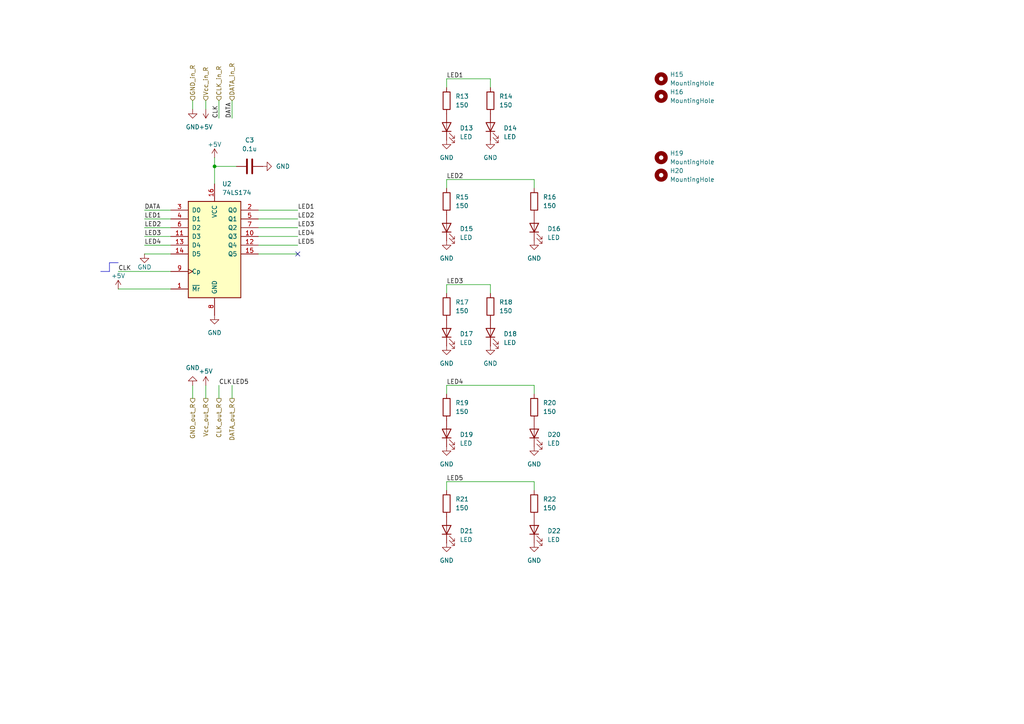
<source format=kicad_sch>
(kicad_sch (version 20231120) (generator "eeschema") (generator_version "8.0")
  (paper "A4")
  (lib_symbols
    (symbol "74xx:74LS174" (pin_names (offset 1.016))
      (property "Reference" "U" (at -7.62 13.97 0))
      (property "Value" "74LS174" (at -7.62 -16.51 0))
      (symbol "74LS174_1_0"
        (pin input line (at -12.7 -12.7 0) (length 5.08) (name "~{Mr}") (number "1"))
        (pin output line (at 12.7 2.54 180) (length 5.08) (name "Q3") (number "10"))
        (pin input line (at -12.7 2.54 0) (length 5.08) (name "D3") (number "11"))
        (pin output line (at 12.7 0 180) (length 5.08) (name "Q4") (number "12"))
        (pin input line (at -12.7 0 0) (length 5.08) (name "D4") (number "13"))
        (pin input line (at -12.7 -2.54 0) (length 5.08) (name "D5") (number "14"))
        (pin output line (at 12.7 -2.54 180) (length 5.08) (name "Q5") (number "15"))
        (pin power_in line (at 0 17.78 270) (length 5.08) (name "VCC") (number "16"))
        (pin output line (at 12.7 10.16 180) (length 5.08) (name "Q0") (number "2"))
        (pin input line (at -12.7 10.16 0) (length 5.08) (name "D0") (number "3"))
        (pin input line (at -12.7 7.62 0) (length 5.08) (name "D1") (number "4"))
        (pin output line (at 12.7 7.62 180) (length 5.08) (name "Q1") (number "5"))
        (pin input line (at -12.7 5.08 0) (length 5.08) (name "D2") (number "6"))
        (pin output line (at 12.7 5.08 180) (length 5.08) (name "Q2") (number "7"))
        (pin power_in line (at 0 -20.32 90) (length 5.08) (name "GND") (number "8"))
        (pin input clock (at -12.7 -7.62 0) (length 5.08) (name "Cp") (number "9"))
      )
      (symbol "74LS174_1_1"
        (rectangle (start -7.62 12.7) (end 7.62 -15.24) (stroke (width 0.254)) (fill (type background)))
      )
    )
    (symbol "Device:C" (pin_numbers hide) (pin_names (offset 0.254))
      (property "Reference" "C" (at 0.635 2.54 0))
      (property "Value" "C" (at 0.635 -2.54 0))
      (symbol "C_0_1"
        (polyline (pts (xy -2.032 -0.762) (xy 2.032 -0.762)) (stroke (width 0.508)))
        (polyline (pts (xy -2.032 0.762) (xy 2.032 0.762)) (stroke (width 0.508)))
      )
      (symbol "C_1_1"
        (pin passive line (at 0 3.81 270) (length 2.794) (name "~") (number "1"))
        (pin passive line (at 0 -3.81 90) (length 2.794) (name "~") (number "2"))
      )
    )
    (symbol "Device:LED" (pin_numbers hide) (pin_names (offset 1.016) hide)
      (property "Reference" "D" (at 0 2.54 0))
      (property "Value" "LED" (at 0 -2.54 0))
      (symbol "LED_0_1"
        (polyline (pts (xy -1.27 -1.27) (xy -1.27 1.27)) (stroke (width 0.254)))
        (polyline (pts (xy -1.27 0) (xy 1.27 0)))
        (polyline (pts (xy 1.27 -1.27) (xy 1.27 1.27) (xy -1.27 0) (xy 1.27 -1.27)) (stroke (width 0.254)))
        (polyline (pts (xy -3.048 -0.762) (xy -4.572 -2.286) (xy -3.81 -2.286) (xy -4.572 -2.286) (xy -4.572 -1.524)))
        (polyline (pts (xy -1.778 -0.762) (xy -3.302 -2.286) (xy -2.54 -2.286) (xy -3.302 -2.286) (xy -3.302 -1.524)))
      )
      (symbol "LED_1_1"
        (pin passive line (at -3.81 0 0) (length 2.54) (name "K") (number "1"))
        (pin passive line (at 3.81 0 180) (length 2.54) (name "A") (number "2"))
      )
    )
    (symbol "Device:R" (pin_numbers hide) (pin_names (offset 0))
      (property "Reference" "R" (at 2.032 0 90))
      (property "Value" "R" (at 0 0 90))
      (symbol "R_0_1"
        (rectangle (start -1.016 -2.54) (end 1.016 2.54) (stroke (width 0.254)))
      )
      (symbol "R_1_1"
        (pin passive line (at 0 3.81 270) (length 1.27) (name "~") (number "1"))
        (pin passive line (at 0 -3.81 90) (length 1.27) (name "~") (number "2"))
      )
    )
    (symbol "Mechanical:MountingHole" (pin_names (offset 1.016)) (exclude_from_sim yes) (in_bom no)
      (property "Reference" "H" (at 0 5.08 0))
      (property "Value" "MountingHole" (at 0 3.175 0))
      (symbol "MountingHole_0_1"
        (circle (center 0 0) (radius 1.27) (stroke (width 1.27)))
      )
    )
    (symbol "power:+5V" (power) (pin_numbers hide) (pin_names (offset 0) hide)
      (property "Value" "+5V" (at 0 3.556 0))
      (symbol "+5V_0_1"
        (polyline (pts (xy -0.762 1.27) (xy 0 2.54)))
        (polyline (pts (xy 0 0) (xy 0 2.54)))
        (polyline (pts (xy 0 2.54) (xy 0.762 1.27)))
      )
      (symbol "+5V_1_1"
        (pin power_in line (at 0 0 90) (length 0) (name "~") (number "1"))
      )
    )
    (symbol "power:GND" (power) (pin_numbers hide) (pin_names (offset 0) hide)
      (property "Value" "GND" (at 0 -3.81 0))
      (symbol "GND_0_1"
        (polyline (pts (xy 0 0) (xy 0 -1.27) (xy 1.27 -1.27) (xy 0 -2.54) (xy -1.27 -1.27) (xy 0 -1.27)))
      )
      (symbol "GND_1_1"
        (pin power_in line (at 0 0 270) (length 0) (name "~") (number "1"))
      )
    )
  )
  (junction (at 62.23 48.26))
  (no_connect (at 86.36 73.66))
  (wire (pts (xy 68.58 48.26) (xy 62.23 48.26)))
  (wire (pts (xy 55.88 29.21) (xy 55.88 31.75)))
  (polyline (pts (xy 31.75 78.74) (xy 31.75 76.2)))
  (wire (pts (xy 34.29 83.82) (xy 49.53 83.82)))
  (wire (pts (xy 129.54 139.7) (xy 154.94 139.7)))
  (wire (pts (xy 67.31 111.76) (xy 67.31 115.57)))
  (wire (pts (xy 67.31 29.21) (xy 67.31 34.29)))
  (wire (pts (xy 41.91 71.12) (xy 49.53 71.12)))
  (wire (pts (xy 74.93 68.58) (xy 86.36 68.58)))
  (wire (pts (xy 129.54 52.07) (xy 154.94 52.07)))
  (wire (pts (xy 154.94 111.76) (xy 154.94 114.3)))
  (wire (pts (xy 62.23 45.72) (xy 62.23 48.26)))
  (wire (pts (xy 41.91 63.5) (xy 49.53 63.5)))
  (wire (pts (xy 129.54 111.76) (xy 129.54 114.3)))
  (wire (pts (xy 129.54 111.76) (xy 154.94 111.76)))
  (wire (pts (xy 129.54 52.07) (xy 129.54 54.61)))
  (wire (pts (xy 41.91 73.66) (xy 49.53 73.66)))
  (wire (pts (xy 142.24 82.55) (xy 142.24 85.09)))
  (wire (pts (xy 63.5 29.21) (xy 63.5 34.29)))
  (wire (pts (xy 129.54 82.55) (xy 129.54 85.09)))
  (wire (pts (xy 74.93 66.04) (xy 86.36 66.04)))
  (polyline (pts (xy 31.75 76.2) (xy 34.29 76.2)))
  (wire (pts (xy 74.93 63.5) (xy 86.36 63.5)))
  (wire (pts (xy 34.29 78.74) (xy 49.53 78.74)))
  (wire (pts (xy 129.54 82.55) (xy 142.24 82.55)))
  (wire (pts (xy 59.69 111.76) (xy 59.69 115.57)))
  (wire (pts (xy 41.91 66.04) (xy 49.53 66.04)))
  (wire (pts (xy 129.54 22.86) (xy 129.54 25.4)))
  (wire (pts (xy 154.94 139.7) (xy 154.94 142.24)))
  (wire (pts (xy 41.91 60.96) (xy 49.53 60.96)))
  (wire (pts (xy 63.5 111.76) (xy 63.5 115.57)))
  (wire (pts (xy 142.24 22.86) (xy 142.24 25.4)))
  (wire (pts (xy 41.91 68.58) (xy 49.53 68.58)))
  (wire (pts (xy 154.94 52.07) (xy 154.94 54.61)))
  (wire (pts (xy 59.69 29.21) (xy 59.69 31.75)))
  (wire (pts (xy 74.93 60.96) (xy 86.36 60.96)))
  (wire (pts (xy 74.93 73.66) (xy 86.36 73.66)))
  (wire (pts (xy 129.54 139.7) (xy 129.54 142.24)))
  (wire (pts (xy 74.93 71.12) (xy 86.36 71.12)))
  (wire (pts (xy 55.88 111.76) (xy 55.88 115.57)))
  (wire (pts (xy 129.54 22.86) (xy 142.24 22.86)))
  (wire (pts (xy 62.23 48.26) (xy 62.23 53.34)))
  (polyline (pts (xy 29.21 78.74) (xy 31.75 78.74)))
  (label "LED1" (at 41.91 63.5 0))
  (label "LED5" (at 86.36 71.12 0))
  (label "DATA" (at 41.91 60.96 0))
  (label "CLK" (at 63.5 34.29 90))
  (label "LED3" (at 41.91 68.58 0))
  (label "LED3" (at 86.36 66.04 0))
  (label "LED2" (at 41.91 66.04 0))
  (label "LED3" (at 129.54 82.55 0))
  (label "LED4" (at 41.91 71.12 0))
  (label "LED5" (at 129.54 139.7 0))
  (label "LED4" (at 129.54 111.76 0))
  (label "LED2" (at 129.54 52.07 0))
  (label "DATA" (at 67.31 34.29 90))
  (label "LED5" (at 67.31 111.76 0))
  (label "LED4" (at 86.36 68.58 0))
  (label "LED1" (at 86.36 60.96 0))
  (label "CLK" (at 34.29 78.74 0))
  (label "CLK" (at 63.5 111.76 0))
  (label "LED2" (at 86.36 63.5 0))
  (label "LED1" (at 129.54 22.86 0))
  (hierarchical_label "DATA_out_R" (shape output) (at 67.31 115.57 270))
  (hierarchical_label "CLK_in_R" (shape input) (at 63.5 29.21 90))
  (hierarchical_label "GND_in_R" (shape input) (at 55.88 29.21 90))
  (hierarchical_label "Vcc_in_R" (shape input) (at 59.69 29.21 90))
  (hierarchical_label "CLK_out_R" (shape output) (at 63.5 115.57 270))
  (hierarchical_label "Vcc_out_R" (shape output) (at 59.69 115.57 270))
  (hierarchical_label "GND_out_R" (shape output) (at 55.88 115.57 270))
  (hierarchical_label "DATA_in_R" (shape input) (at 67.31 29.21 90))
  (symbol (lib_id "Device:LED") (at 154.94 66.04 90) (unit 1)
    (property "Reference" "D16" (at 158.75 66.3574 90) (effects (justify right)))
    (property "Value" "LED" (at 158.75 68.8974 90) (effects (justify right)))
    (property "Footprint" "LED_THT:LED_D5.0mm" (effects (hide yes)))
    (property "Description" "Light emitting diode" (effects (hide yes)))
  )
  (symbol (lib_id "power:+5V") (at 59.69 111.76 0) (unit 1)
    (property "Reference" "#PWR032" (effects (hide yes)))
    (property "Value" "+5V" (at 59.69 107.696 0))
    (property "Description" "Power symbol creates a global label with name \"+5V\"" (effects (hide yes)))
  )
  (symbol (lib_id "power:GND") (at 142.24 100.33 0) (unit 1)
    (property "Reference" "#PWR031" (effects (hide yes)))
    (property "Value" "GND" (at 142.24 105.41 0))
    (property "Description" "Power symbol creates a global label with name \"GND\" , ground" (effects (hide yes)))
  )
  (symbol (lib_id "power:GND") (at 129.54 129.54 0) (unit 1)
    (property "Reference" "#PWR033" (effects (hide yes)))
    (property "Value" "GND" (at 129.54 134.62 0))
    (property "Description" "Power symbol creates a global label with name \"GND\" , ground" (effects (hide yes)))
  )
  (symbol (lib_id "Device:LED") (at 142.24 36.83 90) (unit 1)
    (property "Reference" "D14" (at 146.05 37.1474 90) (effects (justify right)))
    (property "Value" "LED" (at 146.05 39.6874 90) (effects (justify right)))
    (property "Footprint" "LED_THT:LED_D5.0mm" (effects (hide yes)))
    (property "Description" "Light emitting diode" (effects (hide yes)))
  )
  (symbol (lib_id "power:GND") (at 55.88 111.76 180) (unit 1)
    (property "Reference" "#PWR026" (effects (hide yes)))
    (property "Value" "GND" (at 55.88 106.68 0))
    (property "Description" "Power symbol creates a global label with name \"GND\" , ground" (effects (hide yes)))
  )
  (symbol (lib_id "power:GND") (at 129.54 69.85 0) (unit 1)
    (property "Reference" "#PWR028" (effects (hide yes)))
    (property "Value" "GND" (at 129.54 74.93 0))
    (property "Description" "Power symbol creates a global label with name \"GND\" , ground" (effects (hide yes)))
  )
  (symbol (lib_id "power:+5V") (at 34.29 83.82 0) (unit 1)
    (property "Reference" "#PWR06" (effects (hide yes)))
    (property "Value" "+5V" (at 34.29 80.01 0))
    (property "Description" "Power symbol creates a global label with name \"+5V\"" (effects (hide yes)))
  )
  (symbol (lib_id "Device:LED") (at 154.94 153.67 90) (unit 1)
    (property "Reference" "D22" (at 158.75 153.9874 90) (effects (justify right)))
    (property "Value" "LED" (at 158.75 156.5274 90) (effects (justify right)))
    (property "Footprint" "LED_THT:LED_D5.0mm" (effects (hide yes)))
    (property "Description" "Light emitting diode" (effects (hide yes)))
  )
  (symbol (lib_id "power:GND") (at 142.24 40.64 0) (unit 1)
    (property "Reference" "#PWR024" (effects (hide yes)))
    (property "Value" "GND" (at 142.24 45.72 0))
    (property "Description" "Power symbol creates a global label with name \"GND\" , ground" (effects (hide yes)))
  )
  (symbol (lib_id "Mechanical:MountingHole") (at 191.77 27.94 0) (unit 1) (exclude_from_sim yes) (in_bom no)
    (property "Reference" "H16" (at 194.31 26.6699 0) (effects (justify left)))
    (property "Value" "MountingHole" (at 194.31 29.2099 0) (effects (justify left)))
    (property "Footprint" "MountingHole:MountingHole_5.3mm_M5_DIN965_Pad" (effects (hide yes)))
    (property "Description" "Mounting Hole without connection" (effects (hide yes)))
  )
  (symbol (lib_id "Device:R") (at 129.54 88.9 0) (unit 1)
    (property "Reference" "R17" (at 132.08 87.6299 0) (effects (justify left)))
    (property "Value" "150" (at 132.08 90.1699 0) (effects (justify left)))
    (property "Footprint" "Resistor_SMD:R_0603_1608Metric" (effects (hide yes)))
    (property "Description" "Resistor" (effects (hide yes)))
  )
  (symbol (lib_id "power:+5V") (at 59.69 31.75 180) (unit 1)
    (property "Reference" "#PWR027" (effects (hide yes)))
    (property "Value" "+5V" (at 59.69 36.83 0))
    (property "Description" "Power symbol creates a global label with name \"+5V\"" (effects (hide yes)))
  )
  (symbol (lib_id "Device:R") (at 154.94 58.42 0) (unit 1)
    (property "Reference" "R16" (at 157.48 57.1499 0) (effects (justify left)))
    (property "Value" "150" (at 157.48 59.6899 0) (effects (justify left)))
    (property "Footprint" "Resistor_SMD:R_0603_1608Metric" (effects (hide yes)))
    (property "Description" "Resistor" (effects (hide yes)))
  )
  (symbol (lib_id "Device:R") (at 129.54 146.05 0) (unit 1)
    (property "Reference" "R21" (at 132.08 144.7799 0) (effects (justify left)))
    (property "Value" "150" (at 132.08 147.3199 0) (effects (justify left)))
    (property "Footprint" "Resistor_SMD:R_0603_1608Metric" (effects (hide yes)))
    (property "Description" "Resistor" (effects (hide yes)))
  )
  (symbol (lib_id "Mechanical:MountingHole") (at 191.77 50.8 0) (unit 1) (exclude_from_sim yes) (in_bom no)
    (property "Reference" "H20" (at 194.31 49.5299 0) (effects (justify left)))
    (property "Value" "MountingHole" (at 194.31 52.0699 0) (effects (justify left)))
    (property "Footprint" "MountingHole:MountingHole_5.3mm_M5_DIN965_Pad" (effects (hide yes)))
    (property "Description" "Mounting Hole without connection" (effects (hide yes)))
  )
  (symbol (lib_id "Device:LED") (at 129.54 96.52 90) (unit 1)
    (property "Reference" "D17" (at 133.35 96.8374 90) (effects (justify right)))
    (property "Value" "LED" (at 133.35 99.3774 90) (effects (justify right)))
    (property "Footprint" "LED_THT:LED_D5.0mm" (effects (hide yes)))
    (property "Description" "Light emitting diode" (effects (hide yes)))
  )
  (symbol (lib_id "power:GND") (at 154.94 69.85 0) (unit 1)
    (property "Reference" "#PWR029" (effects (hide yes)))
    (property "Value" "GND" (at 154.94 74.93 0))
    (property "Description" "Power symbol creates a global label with name \"GND\" , ground" (effects (hide yes)))
  )
  (symbol (lib_id "power:+5V") (at 62.23 45.72 0) (unit 1)
    (property "Reference" "#PWR07" (effects (hide yes)))
    (property "Value" "+5V" (at 62.23 41.91 0))
    (property "Description" "Power symbol creates a global label with name \"+5V\"" (effects (hide yes)))
  )
  (symbol (lib_id "Device:R") (at 129.54 29.21 0) (unit 1)
    (property "Reference" "R13" (at 132.08 27.9399 0) (effects (justify left)))
    (property "Value" "150" (at 132.08 30.4799 0) (effects (justify left)))
    (property "Footprint" "Resistor_SMD:R_0603_1608Metric" (effects (hide yes)))
    (property "Description" "Resistor" (effects (hide yes)))
  )
  (symbol (lib_id "74xx:74LS174") (at 62.23 71.12 0) (unit 1)
    (property "Reference" "U2" (at 64.4241 53.34 0) (effects (justify left)))
    (property "Value" "74LS174" (at 64.4241 55.88 0) (effects (justify left)))
    (property "Footprint" "Package_DIP:DIP-16_W7.62mm" (effects (hide yes)))
    (property "Datasheet" "http://www.ti.com/lit/gpn/sn74LS174" (effects (hide yes)))
    (property "Description" "Hex D-type Flip-Flop, reset" (effects (hide yes)))
  )
  (symbol (lib_id "Device:C") (at 72.39 48.26 90) (unit 1)
    (property "Reference" "C3" (at 72.39 40.64 90))
    (property "Value" "0.1u" (at 72.39 43.18 90))
    (property "Footprint" "Capacitor_SMD:C_0603_1608Metric" (effects (hide yes)))
    (property "Description" "Unpolarized capacitor" (effects (hide yes)))
  )
  (symbol (lib_id "Mechanical:MountingHole") (at 191.77 45.72 0) (unit 1) (exclude_from_sim yes) (in_bom no)
    (property "Reference" "H19" (at 194.31 44.4499 0) (effects (justify left)))
    (property "Value" "MountingHole" (at 194.31 46.9899 0) (effects (justify left)))
    (property "Footprint" "MountingHole:MountingHole_5.3mm_M5_DIN965_Pad" (effects (hide yes)))
    (property "Description" "Mounting Hole without connection" (effects (hide yes)))
  )
  (symbol (lib_id "power:GND") (at 129.54 40.64 0) (unit 1)
    (property "Reference" "#PWR023" (effects (hide yes)))
    (property "Value" "GND" (at 129.54 45.72 0))
    (property "Description" "Power symbol creates a global label with name \"GND\" , ground" (effects (hide yes)))
  )
  (symbol (lib_id "power:GND") (at 154.94 157.48 0) (unit 1)
    (property "Reference" "#PWR036" (effects (hide yes)))
    (property "Value" "GND" (at 154.94 162.56 0))
    (property "Description" "Power symbol creates a global label with name \"GND\" , ground" (effects (hide yes)))
  )
  (symbol (lib_id "Device:R") (at 142.24 29.21 0) (unit 1)
    (property "Reference" "R14" (at 144.78 27.9399 0) (effects (justify left)))
    (property "Value" "150" (at 144.78 30.4799 0) (effects (justify left)))
    (property "Footprint" "Resistor_SMD:R_0603_1608Metric" (effects (hide yes)))
    (property "Description" "Resistor" (effects (hide yes)))
  )
  (symbol (lib_id "power:GND") (at 129.54 100.33 0) (unit 1)
    (property "Reference" "#PWR030" (effects (hide yes)))
    (property "Value" "GND" (at 129.54 105.41 0))
    (property "Description" "Power symbol creates a global label with name \"GND\" , ground" (effects (hide yes)))
  )
  (symbol (lib_id "power:GND") (at 55.88 31.75 0) (unit 1)
    (property "Reference" "#PWR025" (effects (hide yes)))
    (property "Value" "GND" (at 55.88 36.83 0))
    (property "Description" "Power symbol creates a global label with name \"GND\" , ground" (effects (hide yes)))
  )
  (symbol (lib_id "Device:LED") (at 129.54 66.04 90) (unit 1)
    (property "Reference" "D15" (at 133.35 66.3574 90) (effects (justify right)))
    (property "Value" "LED" (at 133.35 68.8974 90) (effects (justify right)))
    (property "Footprint" "LED_THT:LED_D5.0mm" (effects (hide yes)))
    (property "Description" "Light emitting diode" (effects (hide yes)))
  )
  (symbol (lib_id "Device:LED") (at 129.54 36.83 90) (unit 1)
    (property "Reference" "D13" (at 133.35 37.1474 90) (effects (justify right)))
    (property "Value" "LED" (at 133.35 39.6874 90) (effects (justify right)))
    (property "Footprint" "LED_THT:LED_D5.0mm" (effects (hide yes)))
    (property "Description" "Light emitting diode" (effects (hide yes)))
  )
  (symbol (lib_id "Mechanical:MountingHole") (at 191.77 22.86 0) (unit 1) (exclude_from_sim yes) (in_bom no)
    (property "Reference" "H15" (at 194.31 21.5899 0) (effects (justify left)))
    (property "Value" "MountingHole" (at 194.31 24.1299 0) (effects (justify left)))
    (property "Footprint" "MountingHole:MountingHole_5.3mm_M5_DIN965_Pad" (effects (hide yes)))
    (property "Description" "Mounting Hole without connection" (effects (hide yes)))
  )
  (symbol (lib_id "power:GND") (at 129.54 157.48 0) (unit 1)
    (property "Reference" "#PWR035" (effects (hide yes)))
    (property "Value" "GND" (at 129.54 162.56 0))
    (property "Description" "Power symbol creates a global label with name \"GND\" , ground" (effects (hide yes)))
  )
  (symbol (lib_id "Device:LED") (at 154.94 125.73 90) (unit 1)
    (property "Reference" "D20" (at 158.75 126.0474 90) (effects (justify right)))
    (property "Value" "LED" (at 158.75 128.5874 90) (effects (justify right)))
    (property "Footprint" "LED_THT:LED_D5.0mm" (effects (hide yes)))
    (property "Description" "Light emitting diode" (effects (hide yes)))
  )
  (symbol (lib_id "Device:LED") (at 129.54 125.73 90) (unit 1)
    (property "Reference" "D19" (at 133.35 126.0474 90) (effects (justify right)))
    (property "Value" "LED" (at 133.35 128.5874 90) (effects (justify right)))
    (property "Footprint" "LED_THT:LED_D5.0mm" (effects (hide yes)))
    (property "Description" "Light emitting diode" (effects (hide yes)))
  )
  (symbol (lib_id "Device:R") (at 129.54 58.42 0) (unit 1)
    (property "Reference" "R15" (at 132.08 57.1499 0) (effects (justify left)))
    (property "Value" "150" (at 132.08 59.6899 0) (effects (justify left)))
    (property "Footprint" "Resistor_SMD:R_0603_1608Metric" (effects (hide yes)))
    (property "Description" "Resistor" (effects (hide yes)))
  )
  (symbol (lib_id "power:GND") (at 76.2 48.26 90) (unit 1)
    (property "Reference" "#PWR069" (effects (hide yes)))
    (property "Value" "GND" (at 80.01 48.2599 90) (effects (justify right)))
    (property "Description" "Power symbol creates a global label with name \"GND\" , ground" (effects (hide yes)))
  )
  (symbol (lib_id "power:GND") (at 41.91 73.66 0) (unit 1)
    (property "Reference" "#PWR073" (effects (hide yes)))
    (property "Value" "GND" (at 41.91 77.47 0))
    (property "Description" "Power symbol creates a global label with name \"GND\" , ground" (effects (hide yes)))
  )
  (symbol (lib_id "Device:LED") (at 142.24 96.52 90) (unit 1)
    (property "Reference" "D18" (at 146.05 96.8374 90) (effects (justify right)))
    (property "Value" "LED" (at 146.05 99.3774 90) (effects (justify right)))
    (property "Footprint" "LED_THT:LED_D5.0mm" (effects (hide yes)))
    (property "Description" "Light emitting diode" (effects (hide yes)))
  )
  (symbol (lib_id "Device:R") (at 142.24 88.9 0) (unit 1)
    (property "Reference" "R18" (at 144.78 87.6299 0) (effects (justify left)))
    (property "Value" "150" (at 144.78 90.1699 0) (effects (justify left)))
    (property "Footprint" "Resistor_SMD:R_0603_1608Metric" (effects (hide yes)))
    (property "Description" "Resistor" (effects (hide yes)))
  )
  (symbol (lib_id "Device:R") (at 129.54 118.11 0) (unit 1)
    (property "Reference" "R19" (at 132.08 116.8399 0) (effects (justify left)))
    (property "Value" "150" (at 132.08 119.3799 0) (effects (justify left)))
    (property "Footprint" "Resistor_SMD:R_0603_1608Metric" (effects (hide yes)))
    (property "Description" "Resistor" (effects (hide yes)))
  )
  (symbol (lib_id "Device:LED") (at 129.54 153.67 90) (unit 1)
    (property "Reference" "D21" (at 133.35 153.9874 90) (effects (justify right)))
    (property "Value" "LED" (at 133.35 156.5274 90) (effects (justify right)))
    (property "Footprint" "LED_THT:LED_D5.0mm" (effects (hide yes)))
    (property "Description" "Light emitting diode" (effects (hide yes)))
  )
  (symbol (lib_id "power:GND") (at 154.94 129.54 0) (unit 1)
    (property "Reference" "#PWR034" (effects (hide yes)))
    (property "Value" "GND" (at 154.94 134.62 0))
    (property "Description" "Power symbol creates a global label with name \"GND\" , ground" (effects (hide yes)))
  )
  (symbol (lib_id "Device:R") (at 154.94 146.05 0) (unit 1)
    (property "Reference" "R22" (at 157.48 144.7799 0) (effects (justify left)))
    (property "Value" "150" (at 157.48 147.3199 0) (effects (justify left)))
    (property "Footprint" "Resistor_SMD:R_0603_1608Metric" (effects (hide yes)))
    (property "Description" "Resistor" (effects (hide yes)))
  )
  (symbol (lib_id "Device:R") (at 154.94 118.11 0) (unit 1)
    (property "Reference" "R20" (at 157.48 116.8399 0) (effects (justify left)))
    (property "Value" "150" (at 157.48 119.3799 0) (effects (justify left)))
    (property "Footprint" "Resistor_SMD:R_0603_1608Metric" (effects (hide yes)))
    (property "Description" "Resistor" (effects (hide yes)))
  )
  (symbol (lib_id "power:GND") (at 62.23 91.44 0) (unit 1)
    (property "Reference" "#PWR08" (effects (hide yes)))
    (property "Value" "GND" (at 62.23 96.52 0))
    (property "Description" "Power symbol creates a global label with name \"GND\" , ground" (effects (hide yes)))
  )
)
</source>
